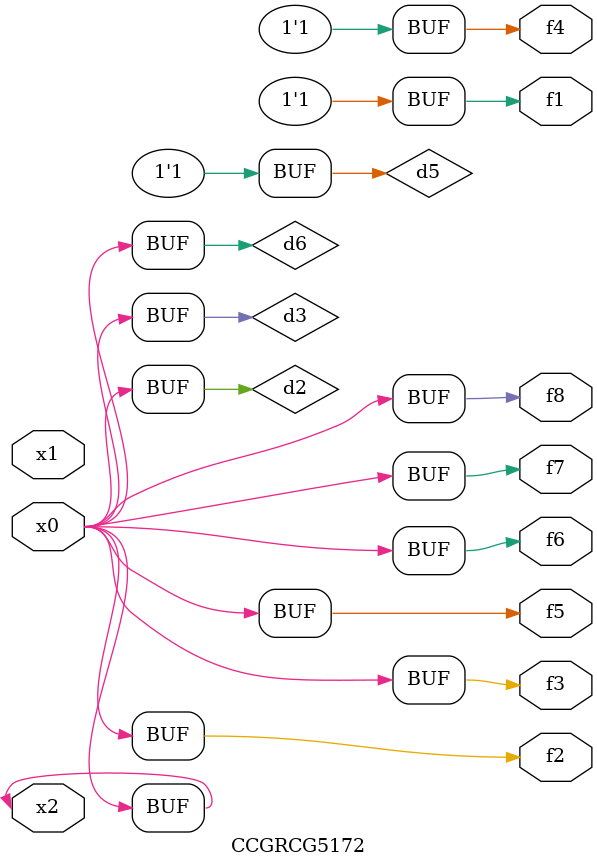
<source format=v>
module CCGRCG5172(
	input x0, x1, x2,
	output f1, f2, f3, f4, f5, f6, f7, f8
);

	wire d1, d2, d3, d4, d5, d6;

	xnor (d1, x2);
	buf (d2, x0, x2);
	and (d3, x0);
	xnor (d4, x1, x2);
	nand (d5, d1, d3);
	buf (d6, d2, d3);
	assign f1 = d5;
	assign f2 = d6;
	assign f3 = d6;
	assign f4 = d5;
	assign f5 = d6;
	assign f6 = d6;
	assign f7 = d6;
	assign f8 = d6;
endmodule

</source>
